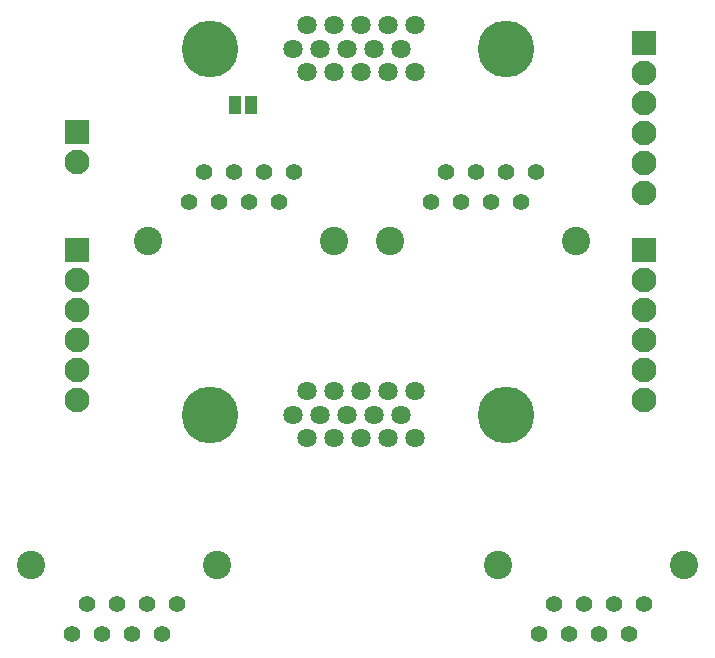
<source format=gbr>
G04 CAM350 V10.5 (Build 464) Date:  Mon Feb 15 08:33:08 2021 *
G04 Database: (Untitled) *
G04 Layer 6: ad57_adapter-F_Mask.gbr *
%FSLAX23Y23*%
%MOIN*%
%SFA1.000B1.000*%

%MIA0B0*%
%IPPOS*%
%ADD10R,0.08268X0.08268*%
%ADD11C,0.08268*%
%ADD12C,0.18902*%
%ADD13C,0.06449*%
%ADD14C,0.09449*%
%ADD15C,0.05512*%
%ADD21R,0.03937X0.05906*%
%LNad57_adapter-F_Mask.gbr*%
%LPD*%
G54D10*
X5138Y-3071D03*
G54D11*
Y-3171D03*
G54D10*
X7028Y-2776D03*
G54D11*
Y-2876D03*
Y-2976D03*
Y-3076D03*
Y-3176D03*
Y-3276D03*
Y-3965D03*
Y-3865D03*
Y-3765D03*
Y-3665D03*
Y-3565D03*
G54D10*
Y-3465D03*
G54D12*
X6568Y-4015D03*
X5584D03*
G54D13*
X6266Y-4093D03*
X6176D03*
X6086D03*
X5996D03*
X5906D03*
X6221Y-4015D03*
X6131D03*
X6041D03*
X5951D03*
X5861D03*
X6266Y-3937D03*
X6176D03*
X6086D03*
X5996D03*
X5906D03*
Y-2717D03*
X5996D03*
X6086D03*
X6176D03*
X6266D03*
X5861Y-2795D03*
X5951D03*
X6041D03*
X6131D03*
X6221D03*
X5906Y-2873D03*
X5996D03*
X6086D03*
X6176D03*
X6266D03*
G54D12*
X5584Y-2795D03*
X6568D03*
G54D14*
X4987Y-4516D03*
X5607D03*
G54D15*
X5122Y-4746D03*
X5172Y-4646D03*
X5222Y-4746D03*
X5272Y-4646D03*
X5322Y-4746D03*
X5372Y-4646D03*
X5422Y-4746D03*
X5472Y-4646D03*
G54D10*
X5138Y-3465D03*
G54D11*
Y-3565D03*
Y-3665D03*
Y-3765D03*
Y-3865D03*
Y-3965D03*
G54D14*
X5997Y-3437D03*
X5377D03*
G54D15*
X5862Y-3207D03*
X5812Y-3307D03*
X5762Y-3207D03*
X5712Y-3307D03*
X5662Y-3207D03*
X5612Y-3307D03*
X5562Y-3207D03*
X5512Y-3307D03*
X7028Y-4646D03*
X6978Y-4746D03*
X6928Y-4646D03*
X6878Y-4746D03*
X6828Y-4646D03*
X6778Y-4746D03*
X6728Y-4646D03*
X6678Y-4746D03*
G54D14*
X7163Y-4516D03*
X6543D03*
G54D15*
X6319Y-3307D03*
X6369Y-3207D03*
X6419Y-3307D03*
X6469Y-3207D03*
X6519Y-3307D03*
X6569Y-3207D03*
X6619Y-3307D03*
X6669Y-3207D03*
G54D14*
X6184Y-3437D03*
X6804D03*
G54D21*
X5719Y-2982D03*
X5667D03*
M02*

</source>
